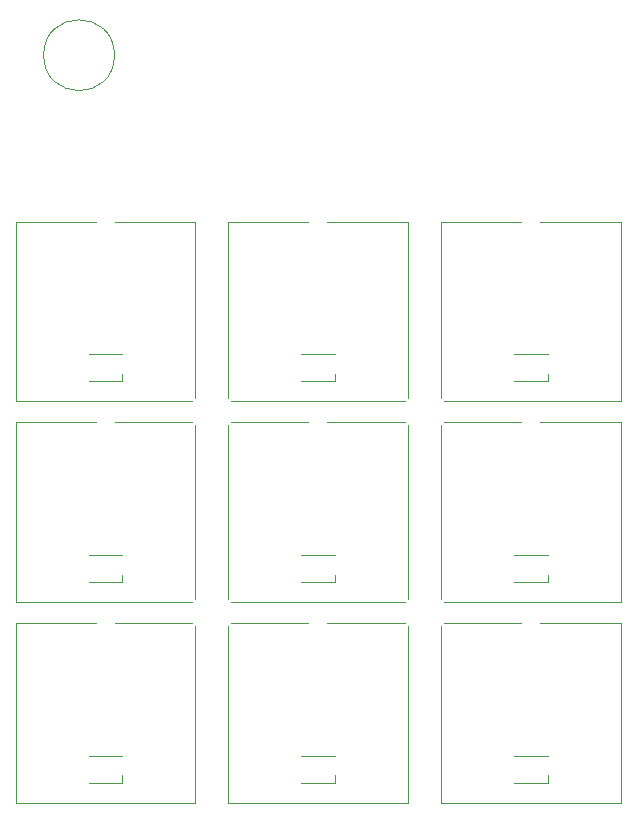
<source format=gbr>
%TF.GenerationSoftware,KiCad,Pcbnew,8.0.3*%
%TF.CreationDate,2024-08-18T23:13:00-04:00*%
%TF.ProjectId,MACROPAD,4d414352-4f50-4414-942e-6b696361645f,rev?*%
%TF.SameCoordinates,Original*%
%TF.FileFunction,Legend,Top*%
%TF.FilePolarity,Positive*%
%FSLAX46Y46*%
G04 Gerber Fmt 4.6, Leading zero omitted, Abs format (unit mm)*
G04 Created by KiCad (PCBNEW 8.0.3) date 2024-08-18 23:13:00*
%MOMM*%
%LPD*%
G01*
G04 APERTURE LIST*
%ADD10C,0.120000*%
%ADD11C,0.100000*%
%ADD12C,3.600000*%
%ADD13R,0.700000X0.700000*%
%ADD14C,1.900000*%
%ADD15C,3.450000*%
%ADD16R,1.750000X1.000000*%
%ADD17R,2.500000X4.000000*%
%ADD18C,1.600000*%
%ADD19C,0.650000*%
%ADD20O,1.000000X2.100000*%
%ADD21O,1.000000X1.600000*%
%ADD22O,1.700000X1.700000*%
%ADD23R,1.700000X1.700000*%
G04 APERTURE END LIST*
D10*
%TO.C,D18*%
X161570000Y-123631250D02*
X161570000Y-122981250D01*
X161570000Y-123631250D02*
X158730000Y-123631250D01*
X161570000Y-121331250D02*
X158730000Y-121331250D01*
%TO.C,D17*%
X143570000Y-123631250D02*
X143570000Y-122981250D01*
X143570000Y-123631250D02*
X140730000Y-123631250D01*
X143570000Y-121331250D02*
X140730000Y-121331250D01*
%TO.C,D16*%
X125570000Y-123631250D02*
X125570000Y-122981250D01*
X125570000Y-123631250D02*
X122730000Y-123631250D01*
X125570000Y-121331250D02*
X122730000Y-121331250D01*
%TO.C,D15*%
X161570000Y-106631250D02*
X161570000Y-105981250D01*
X161570000Y-106631250D02*
X158730000Y-106631250D01*
X161570000Y-104331250D02*
X158730000Y-104331250D01*
%TO.C,D14*%
X143570000Y-106631250D02*
X143570000Y-105981250D01*
X143570000Y-106631250D02*
X140730000Y-106631250D01*
X143570000Y-104331250D02*
X140730000Y-104331250D01*
%TO.C,D13*%
X125570000Y-106631250D02*
X125570000Y-105981250D01*
X125570000Y-106631250D02*
X122730000Y-106631250D01*
X125570000Y-104331250D02*
X122730000Y-104331250D01*
%TO.C,D12*%
X161570000Y-89631250D02*
X161570000Y-88981250D01*
X161570000Y-89631250D02*
X158730000Y-89631250D01*
X161570000Y-87331250D02*
X158730000Y-87331250D01*
%TO.C,D11*%
X143570000Y-89631250D02*
X143570000Y-88981250D01*
X143570000Y-89631250D02*
X140730000Y-89631250D01*
X143570000Y-87331250D02*
X140730000Y-87331250D01*
%TO.C,D10*%
X125570000Y-89631250D02*
X125570000Y-88981250D01*
X125570000Y-89631250D02*
X122730000Y-89631250D01*
X125570000Y-87331250D02*
X122730000Y-87331250D01*
%TO.C,S1*%
X131750000Y-91300000D02*
X131750000Y-76100000D01*
X131750000Y-76100000D02*
X116550000Y-76100000D01*
X116550000Y-91300000D02*
X131750000Y-91300000D01*
X116550000Y-76100000D02*
X116550000Y-91300000D01*
%TO.C,S3*%
X167750000Y-91300000D02*
X167750000Y-76100000D01*
X167750000Y-76100000D02*
X152550000Y-76100000D01*
X152550000Y-91300000D02*
X167750000Y-91300000D01*
X152550000Y-76100000D02*
X152550000Y-91300000D01*
%TO.C,S2*%
X149750000Y-91300000D02*
X149750000Y-76100000D01*
X149750000Y-76100000D02*
X134550000Y-76100000D01*
X134550000Y-91300000D02*
X149750000Y-91300000D01*
X134550000Y-76100000D02*
X134550000Y-91300000D01*
%TO.C,S8*%
X149750000Y-125300000D02*
X149750000Y-110100000D01*
X149750000Y-110100000D02*
X134550000Y-110100000D01*
X134550000Y-125300000D02*
X149750000Y-125300000D01*
X134550000Y-110100000D02*
X134550000Y-125300000D01*
%TO.C,S9*%
X167750000Y-125300000D02*
X167750000Y-110100000D01*
X167750000Y-110100000D02*
X152550000Y-110100000D01*
X152550000Y-125300000D02*
X167750000Y-125300000D01*
X152550000Y-110100000D02*
X152550000Y-125300000D01*
%TO.C,S5*%
X149750000Y-108300000D02*
X149750000Y-93100000D01*
X149750000Y-93100000D02*
X134550000Y-93100000D01*
X134550000Y-108300000D02*
X149750000Y-108300000D01*
X134550000Y-93100000D02*
X134550000Y-108300000D01*
%TO.C,S4*%
X131750000Y-108300000D02*
X131750000Y-93100000D01*
X131750000Y-93100000D02*
X116550000Y-93100000D01*
X116550000Y-108300000D02*
X131750000Y-108300000D01*
X116550000Y-93100000D02*
X116550000Y-108300000D01*
%TO.C,S6*%
X167750000Y-108300000D02*
X167750000Y-93100000D01*
X167750000Y-93100000D02*
X152550000Y-93100000D01*
X152550000Y-108300000D02*
X167750000Y-108300000D01*
X152550000Y-93100000D02*
X152550000Y-108300000D01*
%TO.C,S7*%
X131750000Y-125300000D02*
X131750000Y-110100000D01*
X131750000Y-110100000D02*
X116550000Y-110100000D01*
X116550000Y-125300000D02*
X131750000Y-125300000D01*
X116550000Y-110100000D02*
X116550000Y-125300000D01*
D11*
%TO.C,SW2*%
X124900000Y-62012500D02*
G75*
G02*
X118900000Y-62012500I-3000000J0D01*
G01*
X118900000Y-62012500D02*
G75*
G02*
X124900000Y-62012500I3000000J0D01*
G01*
%TD*%
%LPC*%
D12*
%TO.C,H4*%
X151150000Y-109200000D03*
%TD*%
%TO.C,H3*%
X133150000Y-109200000D03*
%TD*%
%TO.C,H2*%
X151150000Y-92200000D03*
%TD*%
%TO.C,H1*%
X133150000Y-92200000D03*
%TD*%
D13*
%TO.C,D18*%
X161065000Y-123031250D03*
X161065000Y-121931250D03*
X159235000Y-121931250D03*
X159235000Y-123031250D03*
%TD*%
%TO.C,D17*%
X143065000Y-123031250D03*
X143065000Y-121931250D03*
X141235000Y-121931250D03*
X141235000Y-123031250D03*
%TD*%
%TO.C,D16*%
X125065000Y-123031250D03*
X125065000Y-121931250D03*
X123235000Y-121931250D03*
X123235000Y-123031250D03*
%TD*%
%TO.C,D15*%
X161065000Y-106031250D03*
X161065000Y-104931250D03*
X159235000Y-104931250D03*
X159235000Y-106031250D03*
%TD*%
%TO.C,D14*%
X143065000Y-106031250D03*
X143065000Y-104931250D03*
X141235000Y-104931250D03*
X141235000Y-106031250D03*
%TD*%
%TO.C,D13*%
X125065000Y-106031250D03*
X125065000Y-104931250D03*
X123235000Y-104931250D03*
X123235000Y-106031250D03*
%TD*%
%TO.C,D12*%
X161065000Y-89031250D03*
X161065000Y-87931250D03*
X159235000Y-87931250D03*
X159235000Y-89031250D03*
%TD*%
%TO.C,D11*%
X143065000Y-89031250D03*
X143065000Y-87931250D03*
X141235000Y-87931250D03*
X141235000Y-89031250D03*
%TD*%
%TO.C,D10*%
X125065000Y-89031250D03*
X125065000Y-87931250D03*
X123235000Y-87931250D03*
X123235000Y-89031250D03*
%TD*%
D12*
%TO.C,S1*%
X129150000Y-79900000D03*
X124150000Y-77800000D03*
D14*
X129650000Y-83700000D03*
D15*
X124150000Y-83700000D03*
D14*
X118650000Y-83700000D03*
%TD*%
D12*
%TO.C,S3*%
X165150000Y-79900000D03*
X160150000Y-77800000D03*
D14*
X165650000Y-83700000D03*
D15*
X160150000Y-83700000D03*
D14*
X154650000Y-83700000D03*
%TD*%
D12*
%TO.C,S2*%
X147150000Y-79900000D03*
X142150000Y-77800000D03*
D14*
X147650000Y-83700000D03*
D15*
X142150000Y-83700000D03*
D14*
X136650000Y-83700000D03*
%TD*%
D12*
%TO.C,S8*%
X147150000Y-113900000D03*
X142150000Y-111800000D03*
D14*
X147650000Y-117700000D03*
D15*
X142150000Y-117700000D03*
D14*
X136650000Y-117700000D03*
%TD*%
D12*
%TO.C,S9*%
X165150000Y-113900000D03*
X160150000Y-111800000D03*
D14*
X165650000Y-117700000D03*
D15*
X160150000Y-117700000D03*
D14*
X154650000Y-117700000D03*
%TD*%
D12*
%TO.C,S5*%
X147150000Y-96900000D03*
X142150000Y-94800000D03*
D14*
X147650000Y-100700000D03*
D15*
X142150000Y-100700000D03*
D14*
X136650000Y-100700000D03*
%TD*%
D12*
%TO.C,S4*%
X129150000Y-96900000D03*
X124150000Y-94800000D03*
D14*
X129650000Y-100700000D03*
D15*
X124150000Y-100700000D03*
D14*
X118650000Y-100700000D03*
%TD*%
D12*
%TO.C,S6*%
X165150000Y-96900000D03*
X160150000Y-94800000D03*
D14*
X165650000Y-100700000D03*
D15*
X160150000Y-100700000D03*
D14*
X154650000Y-100700000D03*
%TD*%
D12*
%TO.C,S7*%
X129150000Y-113900000D03*
X124150000Y-111800000D03*
D14*
X129650000Y-117700000D03*
D15*
X124150000Y-117700000D03*
D14*
X118650000Y-117700000D03*
%TD*%
D16*
%TO.C,SW1*%
X115775000Y-51200000D03*
X123525000Y-51200000D03*
%TD*%
D17*
%TO.C,SW2*%
X127500000Y-62012500D03*
X116300000Y-62012500D03*
D18*
X124400000Y-55012500D03*
X119400000Y-55012500D03*
X121900000Y-69512500D03*
X124400000Y-69512500D03*
X119400000Y-69512500D03*
%TD*%
D19*
%TO.C,J1*%
X160940000Y-53742500D03*
X166720000Y-53742500D03*
D20*
X159510000Y-54272500D03*
D21*
X159510000Y-50092500D03*
D20*
X168150000Y-54272500D03*
D21*
X168150000Y-50092500D03*
%TD*%
D22*
%TO.C,J2*%
X167747500Y-68332500D03*
X167747500Y-65792500D03*
X167747500Y-63252500D03*
D23*
X167747500Y-60712500D03*
%TD*%
%LPD*%
M02*

</source>
